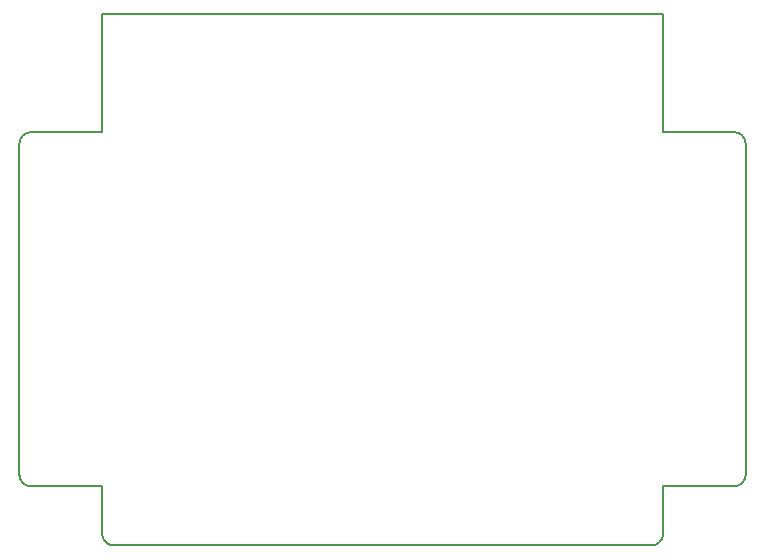
<source format=gko>
G04 Layer_Color=16711935*
%FSLAX44Y44*%
%MOMM*%
G71*
G01*
G75*
%ADD36C,0.2000*%
D36*
X535000Y0D02*
G03*
X545000Y10000I0J10000D01*
G01*
X70000D02*
G03*
X80000Y0I10000J0D01*
G01*
X605000Y50000D02*
G03*
X615000Y60000I0J10000D01*
G01*
Y340000D02*
G03*
X605000Y350000I-10000J0D01*
G01*
X0Y60000D02*
G03*
X10000Y50000I10000J0D01*
G01*
Y350000D02*
G03*
X0Y340000I0J-10000D01*
G01*
X80000Y0D02*
X535000D01*
X0Y60000D02*
Y340000D01*
X545000Y10000D02*
Y50000D01*
X605000D01*
X615000Y60000D02*
Y340000D01*
X545000Y350000D02*
X605000D01*
X545000D02*
Y450000D01*
X70000Y350000D02*
Y450000D01*
X10000Y50000D02*
X70000D01*
X10000Y350000D02*
X70000D01*
Y450000D02*
X545000D01*
X70000Y10000D02*
Y50000D01*
M02*

</source>
